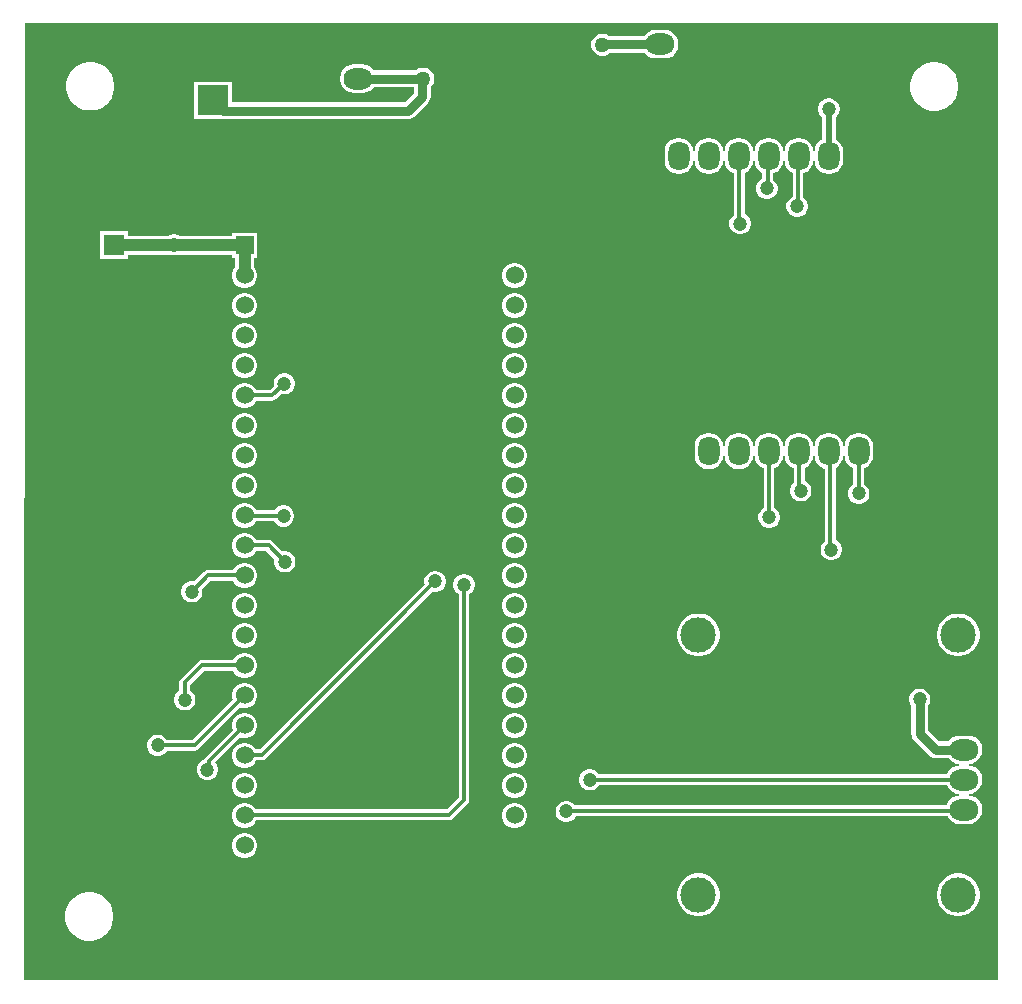
<source format=gbl>
G04*
G04 #@! TF.GenerationSoftware,Altium Limited,Altium Designer,22.3.1 (43)*
G04*
G04 Layer_Physical_Order=2*
G04 Layer_Color=16711680*
%FSLAX44Y44*%
%MOMM*%
G71*
G04*
G04 #@! TF.SameCoordinates,7F8165CF-3773-49E2-9DAE-D3442CBB466A*
G04*
G04*
G04 #@! TF.FilePolarity,Positive*
G04*
G01*
G75*
%ADD13C,0.3000*%
%ADD14C,0.8000*%
%ADD15C,0.5000*%
%ADD16C,1.0000*%
G04:AMPARAMS|DCode=17|XSize=1.8mm|YSize=2mm|CornerRadius=0.45mm|HoleSize=0mm|Usage=FLASHONLY|Rotation=180.000|XOffset=0mm|YOffset=0mm|HoleType=Round|Shape=RoundedRectangle|*
%AMROUNDEDRECTD17*
21,1,1.8000,1.1000,0,0,180.0*
21,1,0.9000,2.0000,0,0,180.0*
1,1,0.9000,-0.4500,0.5500*
1,1,0.9000,0.4500,0.5500*
1,1,0.9000,0.4500,-0.5500*
1,1,0.9000,-0.4500,-0.5500*
%
%ADD17ROUNDEDRECTD17*%
%ADD18R,1.8000X1.8000*%
%ADD19C,3.0000*%
G04:AMPARAMS|DCode=20|XSize=1.8mm|YSize=2.4mm|CornerRadius=0.81mm|HoleSize=0mm|Usage=FLASHONLY|Rotation=270.000|XOffset=0mm|YOffset=0mm|HoleType=Round|Shape=RoundedRectangle|*
%AMROUNDEDRECTD20*
21,1,1.8000,0.7800,0,0,270.0*
21,1,0.1800,2.4000,0,0,270.0*
1,1,1.6200,-0.3900,-0.0900*
1,1,1.6200,-0.3900,0.0900*
1,1,1.6200,0.3900,0.0900*
1,1,1.6200,0.3900,-0.0900*
%
%ADD20ROUNDEDRECTD20*%
%ADD21R,2.0000X2.0000*%
%ADD22R,2.6000X2.6000*%
%ADD23O,2.8000X2.6000*%
%ADD24C,1.5300*%
%ADD25R,1.5300X1.5300*%
G04:AMPARAMS|DCode=26|XSize=1.8mm|YSize=2.4mm|CornerRadius=0.81mm|HoleSize=0mm|Usage=FLASHONLY|Rotation=180.000|XOffset=0mm|YOffset=0mm|HoleType=Round|Shape=RoundedRectangle|*
%AMROUNDEDRECTD26*
21,1,1.8000,0.7800,0,0,180.0*
21,1,0.1800,2.4000,0,0,180.0*
1,1,1.6200,-0.0900,0.3900*
1,1,1.6200,0.0900,0.3900*
1,1,1.6200,0.0900,-0.3900*
1,1,1.6200,-0.0900,-0.3900*
%
%ADD26ROUNDEDRECTD26*%
%ADD27R,2.0000X2.0000*%
%ADD28C,1.2000*%
%ADD29C,1.2700*%
G36*
X824250Y854D02*
X824000Y750D01*
X1148D01*
X250Y1648D01*
X500Y810646D01*
X750Y810750D01*
X824250D01*
Y854D01*
D02*
G37*
%LPC*%
G36*
X542650Y805246D02*
X534850D01*
X531952Y804864D01*
X529252Y803746D01*
X526933Y801967D01*
X525586Y800210D01*
X495513D01*
X495491Y800232D01*
X493359Y801463D01*
X490981Y802100D01*
X488519D01*
X486141Y801463D01*
X484009Y800232D01*
X482268Y798491D01*
X481037Y796359D01*
X480400Y793981D01*
Y791519D01*
X481037Y789141D01*
X482268Y787009D01*
X484009Y785268D01*
X486141Y784037D01*
X488519Y783400D01*
X490981D01*
X493359Y784037D01*
X495491Y785268D01*
X496312Y786090D01*
X525586D01*
X526933Y784333D01*
X529252Y782554D01*
X531952Y781436D01*
X534850Y781054D01*
X542650D01*
X545548Y781436D01*
X548248Y782554D01*
X550567Y784333D01*
X552346Y786652D01*
X553464Y789352D01*
X553846Y792250D01*
Y794050D01*
X553464Y796948D01*
X552346Y799648D01*
X550567Y801967D01*
X548248Y803746D01*
X545548Y804864D01*
X542650Y805246D01*
D02*
G37*
G36*
X286900Y776096D02*
X279100D01*
X276202Y775714D01*
X273502Y774596D01*
X271183Y772817D01*
X269404Y770498D01*
X268286Y767798D01*
X267904Y764900D01*
Y763100D01*
X268286Y760202D01*
X269404Y757502D01*
X271183Y755183D01*
X273502Y753404D01*
X276202Y752286D01*
X279100Y751904D01*
X286900D01*
X289798Y752286D01*
X292498Y753404D01*
X294817Y755183D01*
X296164Y756940D01*
X330040D01*
Y751525D01*
X322326Y743810D01*
X276776D01*
X276000Y743913D01*
X175750D01*
Y761500D01*
X143750D01*
Y729500D01*
X175750D01*
Y729792D01*
X275326D01*
X276102Y729690D01*
X325250D01*
X327077Y729930D01*
X328780Y730636D01*
X330242Y731758D01*
X342093Y743608D01*
X343215Y745070D01*
X343921Y746773D01*
X344161Y748601D01*
Y756938D01*
X345482Y758259D01*
X346713Y760391D01*
X347350Y762769D01*
Y765231D01*
X346713Y767609D01*
X345482Y769741D01*
X343741Y771482D01*
X341609Y772713D01*
X339231Y773350D01*
X336769D01*
X334391Y772713D01*
X332259Y771482D01*
X331838Y771060D01*
X296164D01*
X294817Y772817D01*
X292498Y774596D01*
X289798Y775714D01*
X286900Y776096D01*
D02*
G37*
G36*
X58019Y778000D02*
X53981D01*
X50020Y777212D01*
X46290Y775667D01*
X42932Y773423D01*
X40077Y770568D01*
X37833Y767210D01*
X36288Y763480D01*
X35500Y759519D01*
Y755481D01*
X36288Y751520D01*
X37833Y747790D01*
X40077Y744432D01*
X42932Y741577D01*
X46290Y739333D01*
X50020Y737788D01*
X53981Y737000D01*
X58019D01*
X61980Y737788D01*
X65710Y739333D01*
X69068Y741577D01*
X71923Y744432D01*
X74167Y747790D01*
X75712Y751520D01*
X76500Y755481D01*
Y759519D01*
X75712Y763480D01*
X74167Y767210D01*
X71923Y770568D01*
X69068Y773423D01*
X65710Y775667D01*
X61980Y777212D01*
X58019Y778000D01*
D02*
G37*
G36*
X772519Y777750D02*
X768481D01*
X764520Y776962D01*
X760790Y775417D01*
X757432Y773173D01*
X754577Y770318D01*
X752333Y766960D01*
X750788Y763230D01*
X750000Y759269D01*
Y755231D01*
X750788Y751270D01*
X752333Y747540D01*
X754577Y744182D01*
X757432Y741327D01*
X760790Y739083D01*
X764520Y737538D01*
X768481Y736750D01*
X772519D01*
X776480Y737538D01*
X780210Y739083D01*
X783568Y741327D01*
X786423Y744182D01*
X788667Y747540D01*
X790212Y751270D01*
X791000Y755231D01*
Y759269D01*
X790212Y763230D01*
X788667Y766960D01*
X786423Y770318D01*
X783568Y773173D01*
X780210Y775417D01*
X776480Y776962D01*
X772519Y777750D01*
D02*
G37*
G36*
X682685Y747250D02*
X680315D01*
X678026Y746637D01*
X675974Y745452D01*
X674298Y743776D01*
X673113Y741724D01*
X672500Y739435D01*
Y737065D01*
X673113Y734776D01*
X674298Y732724D01*
X675842Y731180D01*
Y712485D01*
X674902Y712096D01*
X672583Y710317D01*
X670804Y707998D01*
X669686Y705298D01*
X669341Y702675D01*
X668059D01*
X667714Y705298D01*
X666596Y707998D01*
X664817Y710317D01*
X662498Y712096D01*
X659798Y713214D01*
X656900Y713596D01*
X655100D01*
X652202Y713214D01*
X649502Y712096D01*
X647183Y710317D01*
X645404Y707998D01*
X644286Y705298D01*
X643941Y702675D01*
X642660D01*
X642314Y705298D01*
X641196Y707998D01*
X639417Y710317D01*
X637098Y712096D01*
X634398Y713214D01*
X631500Y713596D01*
X629700D01*
X626802Y713214D01*
X624102Y712096D01*
X621783Y710317D01*
X620004Y707998D01*
X618886Y705298D01*
X618540Y702675D01*
X617259D01*
X616914Y705298D01*
X615796Y707998D01*
X614017Y710317D01*
X611698Y712096D01*
X608998Y713214D01*
X606100Y713596D01*
X604300D01*
X601402Y713214D01*
X598702Y712096D01*
X596383Y710317D01*
X594604Y707998D01*
X593486Y705298D01*
X593140Y702675D01*
X591860D01*
X591514Y705298D01*
X590396Y707998D01*
X588617Y710317D01*
X586298Y712096D01*
X583598Y713214D01*
X580700Y713596D01*
X578900D01*
X576002Y713214D01*
X573302Y712096D01*
X570983Y710317D01*
X569204Y707998D01*
X568086Y705298D01*
X567741Y702675D01*
X566460D01*
X566114Y705298D01*
X564996Y707998D01*
X563217Y710317D01*
X560898Y712096D01*
X558198Y713214D01*
X555300Y713596D01*
X553500D01*
X550602Y713214D01*
X547902Y712096D01*
X545583Y710317D01*
X543804Y707998D01*
X542686Y705298D01*
X542304Y702400D01*
Y694600D01*
X542686Y691702D01*
X543804Y689002D01*
X545583Y686683D01*
X547902Y684904D01*
X550602Y683786D01*
X553500Y683404D01*
X555300D01*
X558198Y683786D01*
X560898Y684904D01*
X563217Y686683D01*
X564996Y689002D01*
X566114Y691702D01*
X566460Y694325D01*
X567741D01*
X568086Y691702D01*
X569204Y689002D01*
X570983Y686683D01*
X573302Y684904D01*
X576002Y683786D01*
X578900Y683404D01*
X580700D01*
X583598Y683786D01*
X586298Y684904D01*
X588617Y686683D01*
X590396Y689002D01*
X591514Y691702D01*
X591860Y694325D01*
X593140D01*
X593486Y691702D01*
X594604Y689002D01*
X596383Y686683D01*
X598702Y684904D01*
X600887Y683999D01*
Y648546D01*
X600724Y648452D01*
X599048Y646776D01*
X597863Y644724D01*
X597250Y642435D01*
Y640065D01*
X597863Y637776D01*
X599048Y635724D01*
X600724Y634048D01*
X602776Y632863D01*
X605065Y632250D01*
X607435D01*
X609724Y632863D01*
X611776Y634048D01*
X613452Y635724D01*
X614637Y637776D01*
X615250Y640065D01*
Y642435D01*
X614637Y644724D01*
X613452Y646776D01*
X611776Y648452D01*
X610063Y649441D01*
Y684227D01*
X611698Y684904D01*
X614017Y686683D01*
X615796Y689002D01*
X616914Y691702D01*
X617259Y694325D01*
X618540D01*
X618886Y691702D01*
X620004Y689002D01*
X621783Y686683D01*
X624102Y684904D01*
X625212Y684445D01*
Y679205D01*
X623474Y678202D01*
X621798Y676526D01*
X620613Y674474D01*
X620000Y672185D01*
Y669815D01*
X620613Y667526D01*
X621798Y665474D01*
X623474Y663798D01*
X625526Y662613D01*
X627815Y662000D01*
X630185D01*
X632474Y662613D01*
X634526Y663798D01*
X636202Y665474D01*
X637387Y667526D01*
X638000Y669815D01*
Y672185D01*
X637387Y674474D01*
X636202Y676526D01*
X634526Y678202D01*
X634388Y678281D01*
Y683784D01*
X634398Y683786D01*
X637098Y684904D01*
X639417Y686683D01*
X641196Y689002D01*
X642314Y691702D01*
X642660Y694325D01*
X643941D01*
X644286Y691702D01*
X645404Y689002D01*
X647183Y686683D01*
X649502Y684904D01*
X650662Y684424D01*
Y664176D01*
X648974Y663202D01*
X647298Y661526D01*
X646113Y659474D01*
X645500Y657185D01*
Y654815D01*
X646113Y652526D01*
X647298Y650474D01*
X648974Y648798D01*
X651026Y647613D01*
X653315Y647000D01*
X655685D01*
X657974Y647613D01*
X660026Y648798D01*
X661702Y650474D01*
X662887Y652526D01*
X663500Y654815D01*
Y657185D01*
X662887Y659474D01*
X661702Y661526D01*
X660026Y663202D01*
X659838Y663310D01*
Y683802D01*
X662498Y684904D01*
X664817Y686683D01*
X666596Y689002D01*
X667714Y691702D01*
X668059Y694325D01*
X669341D01*
X669686Y691702D01*
X670804Y689002D01*
X672583Y686683D01*
X674902Y684904D01*
X677602Y683786D01*
X680500Y683404D01*
X682300D01*
X685198Y683786D01*
X687898Y684904D01*
X690217Y686683D01*
X691996Y689002D01*
X693114Y691702D01*
X693496Y694600D01*
Y702400D01*
X693114Y705298D01*
X691996Y707998D01*
X690217Y710317D01*
X687898Y712096D01*
X687058Y712444D01*
Y731080D01*
X688702Y732724D01*
X689887Y734776D01*
X690500Y737065D01*
Y739435D01*
X689887Y741724D01*
X688702Y743776D01*
X687026Y745452D01*
X684974Y746637D01*
X682685Y747250D01*
D02*
G37*
G36*
X416702Y607950D02*
X413898D01*
X411189Y607224D01*
X408761Y605822D01*
X406778Y603839D01*
X405376Y601411D01*
X404650Y598702D01*
Y595898D01*
X405376Y593189D01*
X406778Y590761D01*
X408761Y588778D01*
X411189Y587376D01*
X413898Y586650D01*
X416702D01*
X419411Y587376D01*
X421839Y588778D01*
X423822Y590761D01*
X425224Y593189D01*
X425950Y595898D01*
Y598702D01*
X425224Y601411D01*
X423822Y603839D01*
X421839Y605822D01*
X419411Y607224D01*
X416702Y607950D01*
D02*
G37*
G36*
X88000Y635000D02*
X64000D01*
Y611000D01*
X88000D01*
Y614931D01*
X124207D01*
X125815Y614500D01*
X128185D01*
X129793Y614931D01*
X176050D01*
Y612050D01*
X178631D01*
Y604292D01*
X178178Y603839D01*
X176776Y601411D01*
X176050Y598702D01*
Y595898D01*
X176776Y593189D01*
X178178Y590761D01*
X180161Y588778D01*
X182589Y587376D01*
X185298Y586650D01*
X188102D01*
X190811Y587376D01*
X193239Y588778D01*
X195222Y590761D01*
X196624Y593189D01*
X197350Y595898D01*
Y598702D01*
X196624Y601411D01*
X195222Y603839D01*
X194769Y604292D01*
Y612050D01*
X197350D01*
Y633350D01*
X176050D01*
Y631069D01*
X131890D01*
X130474Y631887D01*
X128185Y632500D01*
X125815D01*
X123526Y631887D01*
X122110Y631069D01*
X88000D01*
Y635000D01*
D02*
G37*
G36*
X416702Y582550D02*
X413898D01*
X411189Y581824D01*
X408761Y580422D01*
X406778Y578439D01*
X405376Y576011D01*
X404650Y573302D01*
Y570498D01*
X405376Y567789D01*
X406778Y565361D01*
X408761Y563378D01*
X411189Y561976D01*
X413898Y561250D01*
X416702D01*
X419411Y561976D01*
X421839Y563378D01*
X423822Y565361D01*
X425224Y567789D01*
X425950Y570498D01*
Y573302D01*
X425224Y576011D01*
X423822Y578439D01*
X421839Y580422D01*
X419411Y581824D01*
X416702Y582550D01*
D02*
G37*
G36*
X188102D02*
X185298D01*
X182589Y581824D01*
X180161Y580422D01*
X178178Y578439D01*
X176776Y576011D01*
X176050Y573302D01*
Y570498D01*
X176776Y567789D01*
X178178Y565361D01*
X180161Y563378D01*
X182589Y561976D01*
X185298Y561250D01*
X188102D01*
X190811Y561976D01*
X193239Y563378D01*
X195222Y565361D01*
X196624Y567789D01*
X197350Y570498D01*
Y573302D01*
X196624Y576011D01*
X195222Y578439D01*
X193239Y580422D01*
X190811Y581824D01*
X188102Y582550D01*
D02*
G37*
G36*
X416702Y557150D02*
X413898D01*
X411189Y556424D01*
X408761Y555022D01*
X406778Y553039D01*
X405376Y550611D01*
X404650Y547902D01*
Y545098D01*
X405376Y542389D01*
X406778Y539961D01*
X408761Y537978D01*
X411189Y536576D01*
X413898Y535850D01*
X416702D01*
X419411Y536576D01*
X421839Y537978D01*
X423822Y539961D01*
X425224Y542389D01*
X425950Y545098D01*
Y547902D01*
X425224Y550611D01*
X423822Y553039D01*
X421839Y555022D01*
X419411Y556424D01*
X416702Y557150D01*
D02*
G37*
G36*
X188102D02*
X185298D01*
X182589Y556424D01*
X180161Y555022D01*
X178178Y553039D01*
X176776Y550611D01*
X176050Y547902D01*
Y545098D01*
X176776Y542389D01*
X178178Y539961D01*
X180161Y537978D01*
X182589Y536576D01*
X185298Y535850D01*
X188102D01*
X190811Y536576D01*
X193239Y537978D01*
X195222Y539961D01*
X196624Y542389D01*
X197350Y545098D01*
Y547902D01*
X196624Y550611D01*
X195222Y553039D01*
X193239Y555022D01*
X190811Y556424D01*
X188102Y557150D01*
D02*
G37*
G36*
X416702Y531750D02*
X413898D01*
X411189Y531024D01*
X408761Y529622D01*
X406778Y527639D01*
X405376Y525211D01*
X404650Y522502D01*
Y519698D01*
X405376Y516989D01*
X406778Y514561D01*
X408761Y512578D01*
X411189Y511176D01*
X413898Y510450D01*
X416702D01*
X419411Y511176D01*
X421839Y512578D01*
X423822Y514561D01*
X425224Y516989D01*
X425950Y519698D01*
Y522502D01*
X425224Y525211D01*
X423822Y527639D01*
X421839Y529622D01*
X419411Y531024D01*
X416702Y531750D01*
D02*
G37*
G36*
X188102D02*
X185298D01*
X182589Y531024D01*
X180161Y529622D01*
X178178Y527639D01*
X176776Y525211D01*
X176050Y522502D01*
Y519698D01*
X176776Y516989D01*
X178178Y514561D01*
X180161Y512578D01*
X182589Y511176D01*
X185298Y510450D01*
X188102D01*
X190811Y511176D01*
X193239Y512578D01*
X195222Y514561D01*
X196624Y516989D01*
X197350Y519698D01*
Y522502D01*
X196624Y525211D01*
X195222Y527639D01*
X193239Y529622D01*
X190811Y531024D01*
X188102Y531750D01*
D02*
G37*
G36*
X221435Y514750D02*
X219065D01*
X216776Y514137D01*
X214724Y512952D01*
X213048Y511276D01*
X211863Y509224D01*
X211250Y506935D01*
Y504565D01*
X211530Y503519D01*
X208300Y500288D01*
X196349D01*
X195222Y502239D01*
X193239Y504222D01*
X190811Y505624D01*
X188102Y506350D01*
X185298D01*
X182589Y505624D01*
X180161Y504222D01*
X178178Y502239D01*
X176776Y499811D01*
X176050Y497102D01*
Y494298D01*
X176776Y491589D01*
X178178Y489161D01*
X180161Y487178D01*
X182589Y485776D01*
X185298Y485050D01*
X188102D01*
X190811Y485776D01*
X193239Y487178D01*
X195222Y489161D01*
X196349Y491112D01*
X210200D01*
X211956Y491461D01*
X213444Y492456D01*
X218019Y497030D01*
X219065Y496750D01*
X221435D01*
X223724Y497363D01*
X225776Y498548D01*
X227452Y500224D01*
X228637Y502276D01*
X229250Y504565D01*
Y506935D01*
X228637Y509224D01*
X227452Y511276D01*
X225776Y512952D01*
X223724Y514137D01*
X221435Y514750D01*
D02*
G37*
G36*
X416702Y506350D02*
X413898D01*
X411189Y505624D01*
X408761Y504222D01*
X406778Y502239D01*
X405376Y499811D01*
X404650Y497102D01*
Y494298D01*
X405376Y491589D01*
X406778Y489161D01*
X408761Y487178D01*
X411189Y485776D01*
X413898Y485050D01*
X416702D01*
X419411Y485776D01*
X421839Y487178D01*
X423822Y489161D01*
X425224Y491589D01*
X425950Y494298D01*
Y497102D01*
X425224Y499811D01*
X423822Y502239D01*
X421839Y504222D01*
X419411Y505624D01*
X416702Y506350D01*
D02*
G37*
G36*
Y480950D02*
X413898D01*
X411189Y480224D01*
X408761Y478822D01*
X406778Y476839D01*
X405376Y474411D01*
X404650Y471702D01*
Y468898D01*
X405376Y466189D01*
X406778Y463761D01*
X408761Y461778D01*
X411189Y460376D01*
X413898Y459650D01*
X416702D01*
X419411Y460376D01*
X421839Y461778D01*
X423822Y463761D01*
X425224Y466189D01*
X425950Y468898D01*
Y471702D01*
X425224Y474411D01*
X423822Y476839D01*
X421839Y478822D01*
X419411Y480224D01*
X416702Y480950D01*
D02*
G37*
G36*
X188102D02*
X185298D01*
X182589Y480224D01*
X180161Y478822D01*
X178178Y476839D01*
X176776Y474411D01*
X176050Y471702D01*
Y468898D01*
X176776Y466189D01*
X178178Y463761D01*
X180161Y461778D01*
X182589Y460376D01*
X185298Y459650D01*
X188102D01*
X190811Y460376D01*
X193239Y461778D01*
X195222Y463761D01*
X196624Y466189D01*
X197350Y468898D01*
Y471702D01*
X196624Y474411D01*
X195222Y476839D01*
X193239Y478822D01*
X190811Y480224D01*
X188102Y480950D01*
D02*
G37*
G36*
X707700Y463596D02*
X705900D01*
X703002Y463214D01*
X700302Y462096D01*
X697983Y460317D01*
X696204Y457998D01*
X695086Y455298D01*
X694741Y452675D01*
X693459D01*
X693114Y455298D01*
X691996Y457998D01*
X690217Y460317D01*
X687898Y462096D01*
X685198Y463214D01*
X682300Y463596D01*
X680500D01*
X677602Y463214D01*
X674902Y462096D01*
X672583Y460317D01*
X670804Y457998D01*
X669686Y455298D01*
X669341Y452675D01*
X668059D01*
X667714Y455298D01*
X666596Y457998D01*
X664817Y460317D01*
X662498Y462096D01*
X659798Y463214D01*
X656900Y463596D01*
X655100D01*
X652202Y463214D01*
X649502Y462096D01*
X647183Y460317D01*
X645404Y457998D01*
X644286Y455298D01*
X643941Y452675D01*
X642660D01*
X642314Y455298D01*
X641196Y457998D01*
X639417Y460317D01*
X637098Y462096D01*
X634398Y463214D01*
X631500Y463596D01*
X629700D01*
X626802Y463214D01*
X624102Y462096D01*
X621783Y460317D01*
X620004Y457998D01*
X618886Y455298D01*
X618540Y452675D01*
X617259D01*
X616914Y455298D01*
X615796Y457998D01*
X614017Y460317D01*
X611698Y462096D01*
X608998Y463214D01*
X606100Y463596D01*
X604300D01*
X601402Y463214D01*
X598702Y462096D01*
X596383Y460317D01*
X594604Y457998D01*
X593486Y455298D01*
X593140Y452675D01*
X591860D01*
X591514Y455298D01*
X590396Y457998D01*
X588617Y460317D01*
X586298Y462096D01*
X583598Y463214D01*
X580700Y463596D01*
X578900D01*
X576002Y463214D01*
X573302Y462096D01*
X570983Y460317D01*
X569204Y457998D01*
X568086Y455298D01*
X567704Y452400D01*
Y444600D01*
X568086Y441702D01*
X569204Y439002D01*
X570983Y436683D01*
X573302Y434904D01*
X576002Y433786D01*
X578900Y433404D01*
X580700D01*
X583598Y433786D01*
X586298Y434904D01*
X588617Y436683D01*
X590396Y439002D01*
X591514Y441702D01*
X591860Y444325D01*
X593140D01*
X593486Y441702D01*
X594604Y439002D01*
X596383Y436683D01*
X598702Y434904D01*
X601402Y433786D01*
X604300Y433404D01*
X606100D01*
X608998Y433786D01*
X611698Y434904D01*
X614017Y436683D01*
X615796Y439002D01*
X616914Y441702D01*
X617259Y444325D01*
X618540D01*
X618886Y441702D01*
X620004Y439002D01*
X621783Y436683D01*
X624102Y434904D01*
X626087Y434082D01*
Y400200D01*
X625224Y399702D01*
X623548Y398026D01*
X622363Y395974D01*
X621750Y393685D01*
Y391315D01*
X622363Y389026D01*
X623548Y386974D01*
X625224Y385298D01*
X627276Y384113D01*
X629565Y383500D01*
X631935D01*
X634224Y384113D01*
X636276Y385298D01*
X637952Y386974D01*
X639137Y389026D01*
X639750Y391315D01*
Y393685D01*
X639137Y395974D01*
X637952Y398026D01*
X636276Y399702D01*
X635263Y400287D01*
Y434144D01*
X637098Y434904D01*
X639417Y436683D01*
X641196Y439002D01*
X642314Y441702D01*
X642660Y444325D01*
X643941D01*
X644286Y441702D01*
X645404Y439002D01*
X647183Y436683D01*
X649502Y434904D01*
X651662Y434010D01*
Y421890D01*
X650298Y420526D01*
X649113Y418474D01*
X648500Y416185D01*
Y413815D01*
X649113Y411526D01*
X650298Y409474D01*
X651974Y407798D01*
X654026Y406613D01*
X656315Y406000D01*
X658685D01*
X660974Y406613D01*
X663026Y407798D01*
X664702Y409474D01*
X665887Y411526D01*
X666500Y413815D01*
Y416185D01*
X665887Y418474D01*
X664702Y420526D01*
X663026Y422202D01*
X660974Y423387D01*
X660838Y423423D01*
Y434217D01*
X662498Y434904D01*
X664817Y436683D01*
X666596Y439002D01*
X667714Y441702D01*
X668059Y444325D01*
X669341D01*
X669686Y441702D01*
X670804Y439002D01*
X672583Y436683D01*
X674902Y434904D01*
X677602Y433786D01*
X677862Y433751D01*
Y372340D01*
X676298Y370776D01*
X675113Y368724D01*
X674500Y366435D01*
Y364065D01*
X675113Y361776D01*
X676298Y359724D01*
X677974Y358048D01*
X680026Y356863D01*
X682315Y356250D01*
X684685D01*
X686974Y356863D01*
X689026Y358048D01*
X690702Y359724D01*
X691887Y361776D01*
X692500Y364065D01*
Y366435D01*
X691887Y368724D01*
X690702Y370776D01*
X689026Y372452D01*
X687038Y373600D01*
Y434548D01*
X687898Y434904D01*
X690217Y436683D01*
X691996Y439002D01*
X693114Y441702D01*
X693459Y444325D01*
X694741D01*
X695086Y441702D01*
X696204Y439002D01*
X697983Y436683D01*
X700302Y434904D01*
X702212Y434113D01*
Y420493D01*
X701274Y419952D01*
X699598Y418276D01*
X698413Y416224D01*
X697800Y413935D01*
Y411565D01*
X698413Y409276D01*
X699598Y407224D01*
X701274Y405548D01*
X703326Y404363D01*
X705615Y403750D01*
X707985D01*
X710274Y404363D01*
X712326Y405548D01*
X714002Y407224D01*
X715187Y409276D01*
X715800Y411565D01*
Y413935D01*
X715187Y416224D01*
X714002Y418276D01*
X712326Y419952D01*
X711388Y420493D01*
Y434113D01*
X713298Y434904D01*
X715617Y436683D01*
X717396Y439002D01*
X718514Y441702D01*
X718896Y444600D01*
Y452400D01*
X718514Y455298D01*
X717396Y457998D01*
X715617Y460317D01*
X713298Y462096D01*
X710598Y463214D01*
X707700Y463596D01*
D02*
G37*
G36*
X416702Y455550D02*
X413898D01*
X411189Y454824D01*
X408761Y453422D01*
X406778Y451439D01*
X405376Y449011D01*
X404650Y446302D01*
Y443498D01*
X405376Y440789D01*
X406778Y438361D01*
X408761Y436378D01*
X411189Y434976D01*
X413898Y434250D01*
X416702D01*
X419411Y434976D01*
X421839Y436378D01*
X423822Y438361D01*
X425224Y440789D01*
X425950Y443498D01*
Y446302D01*
X425224Y449011D01*
X423822Y451439D01*
X421839Y453422D01*
X419411Y454824D01*
X416702Y455550D01*
D02*
G37*
G36*
X188102D02*
X185298D01*
X182589Y454824D01*
X180161Y453422D01*
X178178Y451439D01*
X176776Y449011D01*
X176050Y446302D01*
Y443498D01*
X176776Y440789D01*
X178178Y438361D01*
X180161Y436378D01*
X182589Y434976D01*
X185298Y434250D01*
X188102D01*
X190811Y434976D01*
X193239Y436378D01*
X195222Y438361D01*
X196624Y440789D01*
X197350Y443498D01*
Y446302D01*
X196624Y449011D01*
X195222Y451439D01*
X193239Y453422D01*
X190811Y454824D01*
X188102Y455550D01*
D02*
G37*
G36*
X416702Y430150D02*
X413898D01*
X411189Y429424D01*
X408761Y428022D01*
X406778Y426039D01*
X405376Y423611D01*
X404650Y420902D01*
Y418098D01*
X405376Y415389D01*
X406778Y412961D01*
X408761Y410978D01*
X411189Y409576D01*
X413898Y408850D01*
X416702D01*
X419411Y409576D01*
X421839Y410978D01*
X423822Y412961D01*
X425224Y415389D01*
X425950Y418098D01*
Y420902D01*
X425224Y423611D01*
X423822Y426039D01*
X421839Y428022D01*
X419411Y429424D01*
X416702Y430150D01*
D02*
G37*
G36*
X188102D02*
X185298D01*
X182589Y429424D01*
X180161Y428022D01*
X178178Y426039D01*
X176776Y423611D01*
X176050Y420902D01*
Y418098D01*
X176776Y415389D01*
X178178Y412961D01*
X180161Y410978D01*
X182589Y409576D01*
X185298Y408850D01*
X188102D01*
X190811Y409576D01*
X193239Y410978D01*
X195222Y412961D01*
X196624Y415389D01*
X197350Y418098D01*
Y420902D01*
X196624Y423611D01*
X195222Y426039D01*
X193239Y428022D01*
X190811Y429424D01*
X188102Y430150D01*
D02*
G37*
G36*
Y404750D02*
X185298D01*
X182589Y404024D01*
X180161Y402622D01*
X178178Y400639D01*
X176776Y398211D01*
X176050Y395502D01*
Y392698D01*
X176776Y389989D01*
X178178Y387561D01*
X180161Y385578D01*
X182589Y384176D01*
X185298Y383450D01*
X188102D01*
X190811Y384176D01*
X193239Y385578D01*
X195222Y387561D01*
X196248Y389337D01*
X211906D01*
X212548Y388224D01*
X214224Y386548D01*
X216276Y385363D01*
X218565Y384750D01*
X220935D01*
X223224Y385363D01*
X225276Y386548D01*
X226952Y388224D01*
X228137Y390276D01*
X228750Y392565D01*
Y394935D01*
X228137Y397224D01*
X226952Y399276D01*
X225276Y400952D01*
X223224Y402137D01*
X220935Y402750D01*
X218565D01*
X216276Y402137D01*
X214224Y400952D01*
X212548Y399276D01*
X212108Y398513D01*
X196450D01*
X195222Y400639D01*
X193239Y402622D01*
X190811Y404024D01*
X188102Y404750D01*
D02*
G37*
G36*
X416702D02*
X413898D01*
X411189Y404024D01*
X408761Y402622D01*
X406778Y400639D01*
X405376Y398211D01*
X404650Y395502D01*
Y392698D01*
X405376Y389989D01*
X406778Y387561D01*
X408761Y385578D01*
X411189Y384176D01*
X413898Y383450D01*
X416702D01*
X419411Y384176D01*
X421839Y385578D01*
X423822Y387561D01*
X425224Y389989D01*
X425950Y392698D01*
Y395502D01*
X425224Y398211D01*
X423822Y400639D01*
X421839Y402622D01*
X419411Y404024D01*
X416702Y404750D01*
D02*
G37*
G36*
Y379350D02*
X413898D01*
X411189Y378624D01*
X408761Y377222D01*
X406778Y375239D01*
X405376Y372811D01*
X404650Y370102D01*
Y367298D01*
X405376Y364589D01*
X406778Y362161D01*
X408761Y360178D01*
X411189Y358776D01*
X413898Y358050D01*
X416702D01*
X419411Y358776D01*
X421839Y360178D01*
X423822Y362161D01*
X425224Y364589D01*
X425950Y367298D01*
Y370102D01*
X425224Y372811D01*
X423822Y375239D01*
X421839Y377222D01*
X419411Y378624D01*
X416702Y379350D01*
D02*
G37*
G36*
X188102D02*
X185298D01*
X182589Y378624D01*
X180161Y377222D01*
X178178Y375239D01*
X176776Y372811D01*
X176050Y370102D01*
Y367298D01*
X176776Y364589D01*
X178178Y362161D01*
X180161Y360178D01*
X182589Y358776D01*
X185298Y358050D01*
X188102D01*
X190811Y358776D01*
X193239Y360178D01*
X195222Y362161D01*
X196349Y364112D01*
X205149D01*
X212030Y357231D01*
X211750Y356185D01*
Y353815D01*
X212363Y351526D01*
X213548Y349474D01*
X215224Y347798D01*
X217276Y346613D01*
X219565Y346000D01*
X221935D01*
X224224Y346613D01*
X226276Y347798D01*
X227952Y349474D01*
X229137Y351526D01*
X229750Y353815D01*
Y356185D01*
X229137Y358474D01*
X227952Y360526D01*
X226276Y362202D01*
X224224Y363387D01*
X221935Y364000D01*
X219565D01*
X218519Y363720D01*
X210294Y371944D01*
X208806Y372939D01*
X207050Y373288D01*
X196349D01*
X195222Y375239D01*
X193239Y377222D01*
X190811Y378624D01*
X188102Y379350D01*
D02*
G37*
G36*
X416702Y353950D02*
X413898D01*
X411189Y353224D01*
X408761Y351822D01*
X406778Y349839D01*
X405376Y347411D01*
X404650Y344702D01*
Y341898D01*
X405376Y339189D01*
X406778Y336761D01*
X408761Y334778D01*
X411189Y333376D01*
X413898Y332650D01*
X416702D01*
X419411Y333376D01*
X421839Y334778D01*
X423822Y336761D01*
X425224Y339189D01*
X425950Y341898D01*
Y344702D01*
X425224Y347411D01*
X423822Y349839D01*
X421839Y351822D01*
X419411Y353224D01*
X416702Y353950D01*
D02*
G37*
G36*
X188102D02*
X185298D01*
X182589Y353224D01*
X180161Y351822D01*
X178178Y349839D01*
X177051Y347888D01*
X155800D01*
X154044Y347539D01*
X152556Y346544D01*
X144231Y338220D01*
X143185Y338500D01*
X140815D01*
X138526Y337887D01*
X136474Y336702D01*
X134798Y335026D01*
X133613Y332974D01*
X133000Y330685D01*
Y328315D01*
X133613Y326026D01*
X134798Y323974D01*
X136474Y322298D01*
X138526Y321113D01*
X140815Y320500D01*
X143185D01*
X145474Y321113D01*
X147526Y322298D01*
X149202Y323974D01*
X150387Y326026D01*
X151000Y328315D01*
Y330685D01*
X150720Y331731D01*
X157701Y338712D01*
X177051D01*
X178178Y336761D01*
X180161Y334778D01*
X182589Y333376D01*
X185298Y332650D01*
X188102D01*
X190811Y333376D01*
X193239Y334778D01*
X195222Y336761D01*
X196624Y339189D01*
X197350Y341898D01*
Y344702D01*
X196624Y347411D01*
X195222Y349839D01*
X193239Y351822D01*
X190811Y353224D01*
X188102Y353950D01*
D02*
G37*
G36*
X349185Y347250D02*
X346815D01*
X344526Y346637D01*
X342474Y345452D01*
X340798Y343776D01*
X339613Y341724D01*
X339000Y339435D01*
Y337065D01*
X339280Y336019D01*
X199385Y196124D01*
X195982D01*
X195222Y197439D01*
X193239Y199422D01*
X190811Y200824D01*
X188102Y201550D01*
X185298D01*
X182589Y200824D01*
X180161Y199422D01*
X178178Y197439D01*
X176776Y195011D01*
X176050Y192302D01*
Y189498D01*
X176776Y186789D01*
X178178Y184361D01*
X180161Y182378D01*
X182589Y180976D01*
X185298Y180250D01*
X188102D01*
X190811Y180976D01*
X193239Y182378D01*
X195222Y184361D01*
X196624Y186789D01*
X196667Y186947D01*
X201285D01*
X203041Y187297D01*
X204530Y188291D01*
X345769Y329530D01*
X346815Y329250D01*
X349185D01*
X351474Y329863D01*
X353526Y331048D01*
X355202Y332724D01*
X356387Y334776D01*
X357000Y337065D01*
Y339435D01*
X356387Y341724D01*
X355202Y343776D01*
X353526Y345452D01*
X351474Y346637D01*
X349185Y347250D01*
D02*
G37*
G36*
X416702Y328550D02*
X413898D01*
X411189Y327824D01*
X408761Y326422D01*
X406778Y324439D01*
X405376Y322011D01*
X404650Y319302D01*
Y316498D01*
X405376Y313789D01*
X406778Y311361D01*
X408761Y309378D01*
X411189Y307976D01*
X413898Y307250D01*
X416702D01*
X419411Y307976D01*
X421839Y309378D01*
X423822Y311361D01*
X425224Y313789D01*
X425950Y316498D01*
Y319302D01*
X425224Y322011D01*
X423822Y324439D01*
X421839Y326422D01*
X419411Y327824D01*
X416702Y328550D01*
D02*
G37*
G36*
X188102D02*
X185298D01*
X182589Y327824D01*
X180161Y326422D01*
X178178Y324439D01*
X176776Y322011D01*
X176050Y319302D01*
Y316498D01*
X176776Y313789D01*
X178178Y311361D01*
X180161Y309378D01*
X182589Y307976D01*
X185298Y307250D01*
X188102D01*
X190811Y307976D01*
X193239Y309378D01*
X195222Y311361D01*
X196624Y313789D01*
X197350Y316498D01*
Y319302D01*
X196624Y322011D01*
X195222Y324439D01*
X193239Y326422D01*
X190811Y327824D01*
X188102Y328550D01*
D02*
G37*
G36*
X416702Y303150D02*
X413898D01*
X411189Y302424D01*
X408761Y301022D01*
X406778Y299039D01*
X405376Y296611D01*
X404650Y293902D01*
Y291098D01*
X405376Y288389D01*
X406778Y285961D01*
X408761Y283978D01*
X411189Y282576D01*
X413898Y281850D01*
X416702D01*
X419411Y282576D01*
X421839Y283978D01*
X423822Y285961D01*
X425224Y288389D01*
X425950Y291098D01*
Y293902D01*
X425224Y296611D01*
X423822Y299039D01*
X421839Y301022D01*
X419411Y302424D01*
X416702Y303150D01*
D02*
G37*
G36*
X188102D02*
X185298D01*
X182589Y302424D01*
X180161Y301022D01*
X178178Y299039D01*
X176776Y296611D01*
X176050Y293902D01*
Y291098D01*
X176776Y288389D01*
X178178Y285961D01*
X180161Y283978D01*
X182589Y282576D01*
X185298Y281850D01*
X188102D01*
X190811Y282576D01*
X193239Y283978D01*
X195222Y285961D01*
X196624Y288389D01*
X197350Y291098D01*
Y293902D01*
X196624Y296611D01*
X195222Y299039D01*
X193239Y301022D01*
X190811Y302424D01*
X188102Y303150D01*
D02*
G37*
G36*
X792773Y311000D02*
X789227D01*
X785750Y310308D01*
X782474Y308951D01*
X779526Y306982D01*
X777019Y304474D01*
X775049Y301526D01*
X773692Y298250D01*
X773000Y294773D01*
Y291227D01*
X773692Y287750D01*
X775049Y284474D01*
X777019Y281526D01*
X779526Y279018D01*
X782474Y277049D01*
X785750Y275692D01*
X789227Y275000D01*
X792773D01*
X796250Y275692D01*
X799526Y277049D01*
X802474Y279018D01*
X804982Y281526D01*
X806951Y284474D01*
X808308Y287750D01*
X809000Y291227D01*
Y294773D01*
X808308Y298250D01*
X806951Y301526D01*
X804982Y304474D01*
X802474Y306982D01*
X799526Y308951D01*
X796250Y310308D01*
X792773Y311000D01*
D02*
G37*
G36*
X572773D02*
X569227D01*
X565750Y310308D01*
X562474Y308951D01*
X559526Y306982D01*
X557019Y304474D01*
X555049Y301526D01*
X553692Y298250D01*
X553000Y294773D01*
Y291227D01*
X553692Y287750D01*
X555049Y284474D01*
X557019Y281526D01*
X559526Y279018D01*
X562474Y277049D01*
X565750Y275692D01*
X569227Y275000D01*
X572773D01*
X576250Y275692D01*
X579526Y277049D01*
X582474Y279018D01*
X584981Y281526D01*
X586951Y284474D01*
X588308Y287750D01*
X589000Y291227D01*
Y294773D01*
X588308Y298250D01*
X586951Y301526D01*
X584981Y304474D01*
X582474Y306982D01*
X579526Y308951D01*
X576250Y310308D01*
X572773Y311000D01*
D02*
G37*
G36*
X416702Y277750D02*
X413898D01*
X411189Y277024D01*
X408761Y275622D01*
X406778Y273639D01*
X405376Y271211D01*
X404650Y268502D01*
Y265698D01*
X405376Y262989D01*
X406778Y260561D01*
X408761Y258578D01*
X411189Y257176D01*
X413898Y256450D01*
X416702D01*
X419411Y257176D01*
X421839Y258578D01*
X423822Y260561D01*
X425224Y262989D01*
X425950Y265698D01*
Y268502D01*
X425224Y271211D01*
X423822Y273639D01*
X421839Y275622D01*
X419411Y277024D01*
X416702Y277750D01*
D02*
G37*
G36*
X188102D02*
X185298D01*
X182589Y277024D01*
X180161Y275622D01*
X178178Y273639D01*
X177051Y271688D01*
X150350D01*
X148594Y271339D01*
X147106Y270344D01*
X132756Y255994D01*
X131761Y254506D01*
X131412Y252750D01*
Y245743D01*
X130474Y245202D01*
X128798Y243526D01*
X127613Y241474D01*
X127000Y239185D01*
Y236815D01*
X127613Y234526D01*
X128798Y232474D01*
X130474Y230798D01*
X132526Y229613D01*
X134815Y229000D01*
X137185D01*
X139474Y229613D01*
X141526Y230798D01*
X143202Y232474D01*
X144387Y234526D01*
X145000Y236815D01*
Y239185D01*
X144387Y241474D01*
X143202Y243526D01*
X141526Y245202D01*
X140588Y245743D01*
Y250849D01*
X152250Y262512D01*
X177051D01*
X178178Y260561D01*
X180161Y258578D01*
X182589Y257176D01*
X185298Y256450D01*
X188102D01*
X190811Y257176D01*
X193239Y258578D01*
X195222Y260561D01*
X196624Y262989D01*
X197350Y265698D01*
Y268502D01*
X196624Y271211D01*
X195222Y273639D01*
X193239Y275622D01*
X190811Y277024D01*
X188102Y277750D01*
D02*
G37*
G36*
X416702Y252350D02*
X413898D01*
X411189Y251624D01*
X408761Y250222D01*
X406778Y248239D01*
X405376Y245811D01*
X404650Y243102D01*
Y240298D01*
X405376Y237589D01*
X406778Y235161D01*
X408761Y233178D01*
X411189Y231776D01*
X413898Y231050D01*
X416702D01*
X419411Y231776D01*
X421839Y233178D01*
X423822Y235161D01*
X425224Y237589D01*
X425950Y240298D01*
Y243102D01*
X425224Y245811D01*
X423822Y248239D01*
X421839Y250222D01*
X419411Y251624D01*
X416702Y252350D01*
D02*
G37*
G36*
X188102D02*
X185298D01*
X182589Y251624D01*
X180161Y250222D01*
X178178Y248239D01*
X176776Y245811D01*
X176050Y243102D01*
Y240298D01*
X176633Y238122D01*
X142599Y204088D01*
X120743D01*
X120202Y205026D01*
X118526Y206702D01*
X116474Y207887D01*
X114185Y208500D01*
X111815D01*
X109526Y207887D01*
X107474Y206702D01*
X105798Y205026D01*
X104613Y202974D01*
X104000Y200685D01*
Y198315D01*
X104613Y196026D01*
X105798Y193974D01*
X107474Y192298D01*
X109526Y191113D01*
X111815Y190500D01*
X114185D01*
X116474Y191113D01*
X118526Y192298D01*
X120202Y193974D01*
X120743Y194912D01*
X144500D01*
X146256Y195261D01*
X147744Y196256D01*
X183122Y231633D01*
X185298Y231050D01*
X188102D01*
X190811Y231776D01*
X193239Y233178D01*
X195222Y235161D01*
X196624Y237589D01*
X197350Y240298D01*
Y243102D01*
X196624Y245811D01*
X195222Y248239D01*
X193239Y250222D01*
X190811Y251624D01*
X188102Y252350D01*
D02*
G37*
G36*
X416702Y226950D02*
X413898D01*
X411189Y226224D01*
X408761Y224822D01*
X406778Y222839D01*
X405376Y220411D01*
X404650Y217702D01*
Y214898D01*
X405376Y212189D01*
X406778Y209761D01*
X408761Y207778D01*
X411189Y206376D01*
X413898Y205650D01*
X416702D01*
X419411Y206376D01*
X421839Y207778D01*
X423822Y209761D01*
X425224Y212189D01*
X425950Y214898D01*
Y217702D01*
X425224Y220411D01*
X423822Y222839D01*
X421839Y224822D01*
X419411Y226224D01*
X416702Y226950D01*
D02*
G37*
G36*
X188102D02*
X185298D01*
X182589Y226224D01*
X180161Y224822D01*
X178178Y222839D01*
X176776Y220411D01*
X176050Y217702D01*
Y214898D01*
X176633Y212722D01*
X153728Y189816D01*
X152733Y188328D01*
X152589Y187605D01*
X151776Y187387D01*
X149724Y186202D01*
X148048Y184526D01*
X146863Y182474D01*
X146250Y180185D01*
Y177815D01*
X146863Y175526D01*
X148048Y173474D01*
X149724Y171798D01*
X151776Y170613D01*
X154065Y170000D01*
X156435D01*
X158724Y170613D01*
X160776Y171798D01*
X162452Y173474D01*
X163637Y175526D01*
X164250Y177815D01*
Y180185D01*
X163637Y182474D01*
X162452Y184526D01*
X161933Y185045D01*
X183122Y206233D01*
X185298Y205650D01*
X188102D01*
X190811Y206376D01*
X193239Y207778D01*
X195222Y209761D01*
X196624Y212189D01*
X197350Y214898D01*
Y217702D01*
X196624Y220411D01*
X195222Y222839D01*
X193239Y224822D01*
X190811Y226224D01*
X188102Y226950D01*
D02*
G37*
G36*
X416702Y201550D02*
X413898D01*
X411189Y200824D01*
X408761Y199422D01*
X406778Y197439D01*
X405376Y195011D01*
X404650Y192302D01*
Y189498D01*
X405376Y186789D01*
X406778Y184361D01*
X408761Y182378D01*
X411189Y180976D01*
X413898Y180250D01*
X416702D01*
X419411Y180976D01*
X421839Y182378D01*
X423822Y184361D01*
X425224Y186789D01*
X425950Y189498D01*
Y192302D01*
X425224Y195011D01*
X423822Y197439D01*
X421839Y199422D01*
X419411Y200824D01*
X416702Y201550D01*
D02*
G37*
G36*
X759435Y247500D02*
X757065D01*
X754776Y246887D01*
X752724Y245702D01*
X751048Y244026D01*
X749863Y241974D01*
X749250Y239685D01*
Y237315D01*
X749863Y235026D01*
X751048Y232974D01*
X751190Y232833D01*
Y209250D01*
X751430Y207423D01*
X752135Y205720D01*
X753258Y204258D01*
X766808Y190707D01*
X768270Y189585D01*
X769973Y188880D01*
X771800Y188640D01*
X782836D01*
X784183Y186883D01*
X786502Y185104D01*
X789202Y183986D01*
X791825Y183640D01*
Y182360D01*
X789202Y182014D01*
X786502Y180896D01*
X784183Y179117D01*
X782404Y176798D01*
X781613Y174888D01*
X486693D01*
X486152Y175826D01*
X484476Y177502D01*
X482424Y178687D01*
X480135Y179300D01*
X477765D01*
X475476Y178687D01*
X473424Y177502D01*
X471748Y175826D01*
X470563Y173774D01*
X469950Y171485D01*
Y169115D01*
X470563Y166826D01*
X471748Y164774D01*
X473424Y163098D01*
X475476Y161913D01*
X477765Y161300D01*
X480135D01*
X482424Y161913D01*
X484476Y163098D01*
X486152Y164774D01*
X486693Y165712D01*
X781613D01*
X782404Y163802D01*
X784183Y161483D01*
X786502Y159704D01*
X789202Y158586D01*
X791825Y158240D01*
Y156959D01*
X789202Y156614D01*
X786502Y155496D01*
X784183Y153717D01*
X782404Y151398D01*
X781323Y148788D01*
X466339D01*
X466202Y149026D01*
X464526Y150702D01*
X462474Y151887D01*
X460185Y152500D01*
X457815D01*
X455526Y151887D01*
X453474Y150702D01*
X451798Y149026D01*
X450613Y146974D01*
X450000Y144685D01*
Y142315D01*
X450613Y140026D01*
X451798Y137974D01*
X453474Y136298D01*
X455526Y135113D01*
X457815Y134500D01*
X460185D01*
X462474Y135113D01*
X464526Y136298D01*
X466202Y137974D01*
X467147Y139612D01*
X781903D01*
X782404Y138402D01*
X784183Y136083D01*
X786502Y134304D01*
X789202Y133186D01*
X792100Y132804D01*
X799900D01*
X802798Y133186D01*
X805498Y134304D01*
X807817Y136083D01*
X809596Y138402D01*
X810714Y141102D01*
X811096Y144000D01*
Y145800D01*
X810714Y148698D01*
X809596Y151398D01*
X807817Y153717D01*
X805498Y155496D01*
X802798Y156614D01*
X800175Y156959D01*
Y158240D01*
X802798Y158586D01*
X805498Y159704D01*
X807817Y161483D01*
X809596Y163802D01*
X810714Y166502D01*
X811096Y169400D01*
Y171200D01*
X810714Y174098D01*
X809596Y176798D01*
X807817Y179117D01*
X805498Y180896D01*
X802798Y182014D01*
X800175Y182360D01*
Y183640D01*
X802798Y183986D01*
X805498Y185104D01*
X807817Y186883D01*
X809596Y189202D01*
X810714Y191902D01*
X811096Y194800D01*
Y196600D01*
X810714Y199498D01*
X809596Y202198D01*
X807817Y204517D01*
X805498Y206296D01*
X802798Y207414D01*
X799900Y207796D01*
X792100D01*
X789202Y207414D01*
X786502Y206296D01*
X784183Y204517D01*
X782836Y202760D01*
X774725D01*
X765310Y212174D01*
Y232833D01*
X765452Y232974D01*
X766637Y235026D01*
X767250Y237315D01*
Y239685D01*
X766637Y241974D01*
X765452Y244026D01*
X763776Y245702D01*
X761724Y246887D01*
X759435Y247500D01*
D02*
G37*
G36*
X416702Y176150D02*
X413898D01*
X411189Y175424D01*
X408761Y174022D01*
X406778Y172039D01*
X405376Y169611D01*
X404650Y166902D01*
Y164098D01*
X405376Y161389D01*
X406778Y158961D01*
X408761Y156978D01*
X411189Y155576D01*
X413898Y154850D01*
X416702D01*
X419411Y155576D01*
X421839Y156978D01*
X423822Y158961D01*
X425224Y161389D01*
X425950Y164098D01*
Y166902D01*
X425224Y169611D01*
X423822Y172039D01*
X421839Y174022D01*
X419411Y175424D01*
X416702Y176150D01*
D02*
G37*
G36*
X188102D02*
X185298D01*
X182589Y175424D01*
X180161Y174022D01*
X178178Y172039D01*
X176776Y169611D01*
X176050Y166902D01*
Y164098D01*
X176776Y161389D01*
X178178Y158961D01*
X180161Y156978D01*
X182589Y155576D01*
X185298Y154850D01*
X188102D01*
X190811Y155576D01*
X193239Y156978D01*
X195222Y158961D01*
X196624Y161389D01*
X197350Y164098D01*
Y166902D01*
X196624Y169611D01*
X195222Y172039D01*
X193239Y174022D01*
X190811Y175424D01*
X188102Y176150D01*
D02*
G37*
G36*
X373685Y344500D02*
X371315D01*
X369026Y343887D01*
X366974Y342702D01*
X365298Y341026D01*
X364113Y338974D01*
X363500Y336685D01*
Y334315D01*
X364113Y332026D01*
X365298Y329974D01*
X366974Y328298D01*
X367912Y327757D01*
Y155400D01*
X357775Y145263D01*
X196017D01*
X195222Y146639D01*
X193239Y148622D01*
X190811Y150024D01*
X188102Y150750D01*
X185298D01*
X182589Y150024D01*
X180161Y148622D01*
X178178Y146639D01*
X176776Y144211D01*
X176050Y141502D01*
Y138698D01*
X176776Y135989D01*
X178178Y133561D01*
X180161Y131578D01*
X182589Y130176D01*
X185298Y129450D01*
X188102D01*
X190811Y130176D01*
X193239Y131578D01*
X195222Y133561D01*
X196624Y135989D01*
X196650Y136087D01*
X359675D01*
X361431Y136436D01*
X362919Y137431D01*
X375744Y150256D01*
X376739Y151744D01*
X377088Y153500D01*
Y327757D01*
X378026Y328298D01*
X379702Y329974D01*
X380887Y332026D01*
X381500Y334315D01*
Y336685D01*
X380887Y338974D01*
X379702Y341026D01*
X378026Y342702D01*
X375974Y343887D01*
X373685Y344500D01*
D02*
G37*
G36*
X416702Y150750D02*
X413898D01*
X411189Y150024D01*
X408761Y148622D01*
X406778Y146639D01*
X405376Y144211D01*
X404650Y141502D01*
Y138698D01*
X405376Y135989D01*
X406778Y133561D01*
X408761Y131578D01*
X411189Y130176D01*
X413898Y129450D01*
X416702D01*
X419411Y130176D01*
X421839Y131578D01*
X423822Y133561D01*
X425224Y135989D01*
X425950Y138698D01*
Y141502D01*
X425224Y144211D01*
X423822Y146639D01*
X421839Y148622D01*
X419411Y150024D01*
X416702Y150750D01*
D02*
G37*
G36*
X188102Y125350D02*
X185298D01*
X182589Y124624D01*
X180161Y123222D01*
X178178Y121239D01*
X176776Y118811D01*
X176050Y116102D01*
Y113298D01*
X176776Y110589D01*
X178178Y108161D01*
X180161Y106178D01*
X182589Y104776D01*
X185298Y104050D01*
X188102D01*
X190811Y104776D01*
X193239Y106178D01*
X195222Y108161D01*
X196624Y110589D01*
X197350Y113298D01*
Y116102D01*
X196624Y118811D01*
X195222Y121239D01*
X193239Y123222D01*
X190811Y124624D01*
X188102Y125350D01*
D02*
G37*
G36*
X792773Y91000D02*
X789227D01*
X785750Y90308D01*
X782474Y88951D01*
X779526Y86981D01*
X777019Y84474D01*
X775049Y81526D01*
X773692Y78250D01*
X773000Y74773D01*
Y71227D01*
X773692Y67750D01*
X775049Y64474D01*
X777019Y61526D01*
X779526Y59019D01*
X782474Y57049D01*
X785750Y55692D01*
X789227Y55000D01*
X792773D01*
X796250Y55692D01*
X799526Y57049D01*
X802474Y59019D01*
X804982Y61526D01*
X806951Y64474D01*
X808308Y67750D01*
X809000Y71227D01*
Y74773D01*
X808308Y78250D01*
X806951Y81526D01*
X804982Y84474D01*
X802474Y86981D01*
X799526Y88951D01*
X796250Y90308D01*
X792773Y91000D01*
D02*
G37*
G36*
X572773D02*
X569227D01*
X565750Y90308D01*
X562474Y88951D01*
X559526Y86981D01*
X557019Y84474D01*
X555049Y81526D01*
X553692Y78250D01*
X553000Y74773D01*
Y71227D01*
X553692Y67750D01*
X555049Y64474D01*
X557019Y61526D01*
X559526Y59019D01*
X562474Y57049D01*
X565750Y55692D01*
X569227Y55000D01*
X572773D01*
X576250Y55692D01*
X579526Y57049D01*
X582474Y59019D01*
X584981Y61526D01*
X586951Y64474D01*
X588308Y67750D01*
X589000Y71227D01*
Y74773D01*
X588308Y78250D01*
X586951Y81526D01*
X584981Y84474D01*
X582474Y86981D01*
X579526Y88951D01*
X576250Y90308D01*
X572773Y91000D01*
D02*
G37*
G36*
X57179Y75090D02*
X53141D01*
X49180Y74302D01*
X45450Y72757D01*
X42092Y70513D01*
X39237Y67658D01*
X36993Y64300D01*
X35448Y60570D01*
X34660Y56609D01*
Y52571D01*
X35448Y48610D01*
X36993Y44880D01*
X39237Y41522D01*
X42092Y38667D01*
X45450Y36423D01*
X49180Y34878D01*
X53141Y34090D01*
X57179D01*
X61140Y34878D01*
X64870Y36423D01*
X68228Y38667D01*
X71083Y41522D01*
X73327Y44880D01*
X74872Y48610D01*
X75660Y52571D01*
Y56609D01*
X74872Y60570D01*
X73327Y64300D01*
X71083Y67658D01*
X68228Y70513D01*
X64870Y72757D01*
X61140Y74302D01*
X57179Y75090D01*
D02*
G37*
%LPD*%
D13*
X459000Y143500D02*
X459700Y144200D01*
X795300D01*
X796000Y144900D01*
X478950Y170300D02*
X796000D01*
X219575Y393925D02*
X219750Y393750D01*
X186700Y394100D02*
X186875Y393925D01*
X219575D01*
X186700Y368700D02*
X207050D01*
X220750Y355000D01*
X359675Y140675D02*
X372500Y153500D01*
Y335500D01*
X187275Y140675D02*
X359675D01*
X186700Y190900D02*
X187335Y191535D01*
X201285D02*
X348000Y338250D01*
X187335Y191535D02*
X201285D01*
X186700Y140100D02*
X187275Y140675D01*
X655250Y697750D02*
X656000Y698500D01*
X655250Y656750D02*
Y697750D01*
X654500Y656000D02*
X655250Y656750D01*
X605475Y642025D02*
Y698225D01*
Y642025D02*
X606250Y641250D01*
X605200Y698500D02*
X605475Y698225D01*
X629800Y697700D02*
X630600Y698500D01*
X629800Y671800D02*
Y697700D01*
X629000Y671000D02*
X629800Y671800D01*
X186700Y495700D02*
X210200D01*
X220250Y505750D01*
X142000Y329500D02*
X155800Y343300D01*
X186700D01*
X682450Y366300D02*
X683500Y365250D01*
X681400Y448500D02*
X682450Y447450D01*
Y366300D02*
Y447450D01*
X144500Y199500D02*
X186700Y241700D01*
X113000Y199500D02*
X144500D01*
X156972Y180722D02*
Y186572D01*
X155250Y179000D02*
X156972Y180722D01*
Y186572D02*
X186700Y216300D01*
X136000Y238000D02*
Y252750D01*
X150350Y267100D02*
X186700D01*
X136000Y252750D02*
X150350Y267100D01*
X656250Y416250D02*
X657500Y415000D01*
X656250Y416250D02*
Y448250D01*
X630675Y392575D02*
Y448425D01*
X630600Y448500D02*
X630675Y448425D01*
Y392575D02*
X630750Y392500D01*
X656000Y448500D02*
X656250Y448250D01*
X706800Y412750D02*
Y448500D01*
D14*
X758250Y209250D02*
Y238500D01*
Y209250D02*
X771800Y195700D01*
X159750Y745500D02*
X168398Y736852D01*
X276000D01*
X276102Y736750D01*
X325250D01*
X337101Y748601D01*
Y763101D02*
X338000Y764000D01*
X283000D02*
X338000D01*
X337101Y748601D02*
Y763101D01*
X489150Y793150D02*
X538750D01*
X488750Y792750D02*
X489150Y793150D01*
X771800Y195700D02*
X796000D01*
D15*
X681450Y698550D02*
Y738200D01*
X681500Y738250D01*
X681400Y698500D02*
X681450Y698550D01*
D16*
X76000Y623000D02*
X186400D01*
X186700Y597300D02*
Y622700D01*
X186400Y623000D02*
X186700Y622700D01*
D17*
X26000Y623000D02*
D03*
D18*
X76000Y623000D02*
D03*
D19*
X571000Y293000D02*
D03*
Y73000D02*
D03*
X791000D02*
D03*
Y293000D02*
D03*
D20*
X796000Y144900D02*
D03*
Y170300D02*
D03*
Y195700D02*
D03*
X538750Y793150D02*
D03*
X283000Y764000D02*
D03*
D21*
X796000Y221100D02*
D03*
X538750Y767750D02*
D03*
X283000Y789400D02*
D03*
D22*
X159750Y745500D02*
D03*
D23*
Y694700D02*
D03*
D24*
X186700Y89300D02*
D03*
X415300D02*
D03*
X186700Y114700D02*
D03*
Y140100D02*
D03*
Y165500D02*
D03*
Y190900D02*
D03*
Y216300D02*
D03*
Y241700D02*
D03*
Y267100D02*
D03*
Y292500D02*
D03*
Y317900D02*
D03*
Y343300D02*
D03*
Y368700D02*
D03*
Y394100D02*
D03*
Y419500D02*
D03*
Y444900D02*
D03*
Y470300D02*
D03*
Y495700D02*
D03*
Y521100D02*
D03*
Y546500D02*
D03*
Y571900D02*
D03*
Y597300D02*
D03*
X415300Y114700D02*
D03*
Y140100D02*
D03*
Y165500D02*
D03*
Y190900D02*
D03*
Y216300D02*
D03*
Y241700D02*
D03*
Y267100D02*
D03*
Y292500D02*
D03*
Y317900D02*
D03*
Y343300D02*
D03*
Y368700D02*
D03*
Y394100D02*
D03*
Y419500D02*
D03*
Y444900D02*
D03*
Y470300D02*
D03*
Y495700D02*
D03*
Y521100D02*
D03*
Y546500D02*
D03*
Y571900D02*
D03*
Y597300D02*
D03*
Y622700D02*
D03*
D25*
X186700D02*
D03*
D26*
X732200Y448500D02*
D03*
X706800D02*
D03*
X681400D02*
D03*
X656000D02*
D03*
X630600D02*
D03*
X605200D02*
D03*
X579800D02*
D03*
X554400D02*
D03*
X605200Y698500D02*
D03*
X630600D02*
D03*
X656000D02*
D03*
X681400D02*
D03*
X706800D02*
D03*
X554400D02*
D03*
X579800D02*
D03*
D27*
X732200D02*
D03*
D28*
X758250Y238500D02*
D03*
X459000Y143500D02*
D03*
X127000Y623500D02*
D03*
X681500Y738250D02*
D03*
X220750Y355000D02*
D03*
X219750Y393750D02*
D03*
X478950Y170300D02*
D03*
X372500Y335500D02*
D03*
X348000Y338250D02*
D03*
X654500Y656000D02*
D03*
X606250Y641250D02*
D03*
X629000Y671000D02*
D03*
X220250Y505750D02*
D03*
X142000Y329500D02*
D03*
X683500Y365250D02*
D03*
X113000Y199500D02*
D03*
X155250Y179000D02*
D03*
X136000Y238000D02*
D03*
X657500Y415000D02*
D03*
X630750Y392500D02*
D03*
X706800Y412750D02*
D03*
D29*
X338000Y764000D02*
D03*
X382000Y729000D02*
D03*
Y800000D02*
D03*
X472000Y698000D02*
D03*
X489750Y792750D02*
D03*
M02*

</source>
